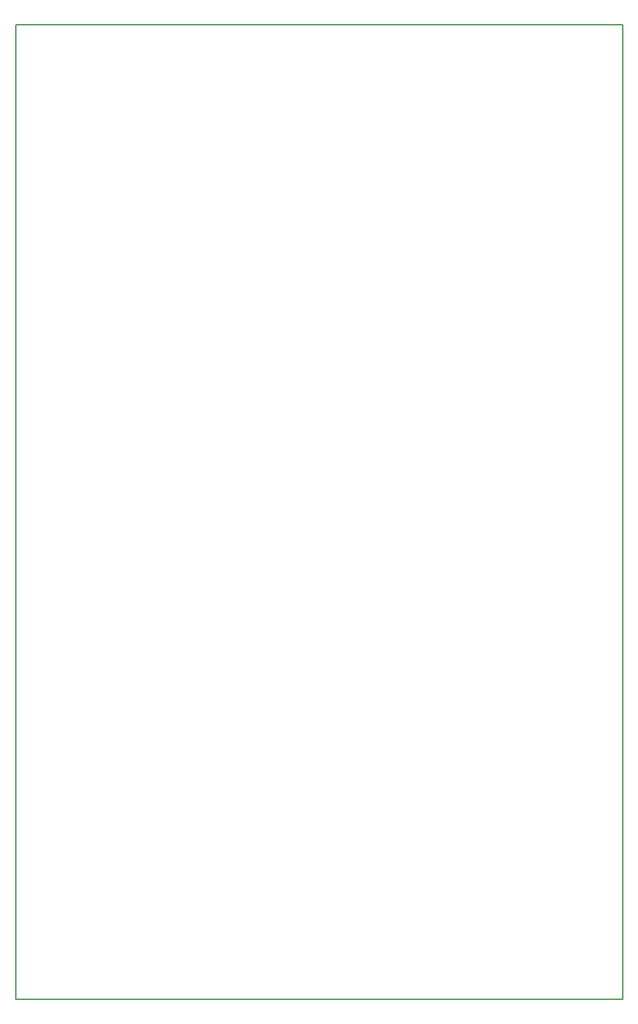
<source format=gbr>
%TF.GenerationSoftware,KiCad,Pcbnew,9.0.6*%
%TF.CreationDate,2026-01-02T18:32:11-05:00*%
%TF.ProjectId,nopanpad,6e6f7061-6e70-4616-942e-6b696361645f,first one lol*%
%TF.SameCoordinates,Original*%
%TF.FileFunction,Profile,NP*%
%FSLAX46Y46*%
G04 Gerber Fmt 4.6, Leading zero omitted, Abs format (unit mm)*
G04 Created by KiCad (PCBNEW 9.0.6) date 2026-01-02 18:32:11*
%MOMM*%
%LPD*%
G01*
G04 APERTURE LIST*
%TA.AperFunction,Profile*%
%ADD10C,0.150000*%
%TD*%
G04 APERTURE END LIST*
D10*
X190000000Y-157000000D02*
X109000000Y-157000000D01*
X190000000Y-27000000D02*
X190000000Y-157000000D01*
X109000000Y-27000000D02*
X190000000Y-27000000D01*
X109000000Y-157000000D02*
X109000000Y-27000000D01*
M02*

</source>
